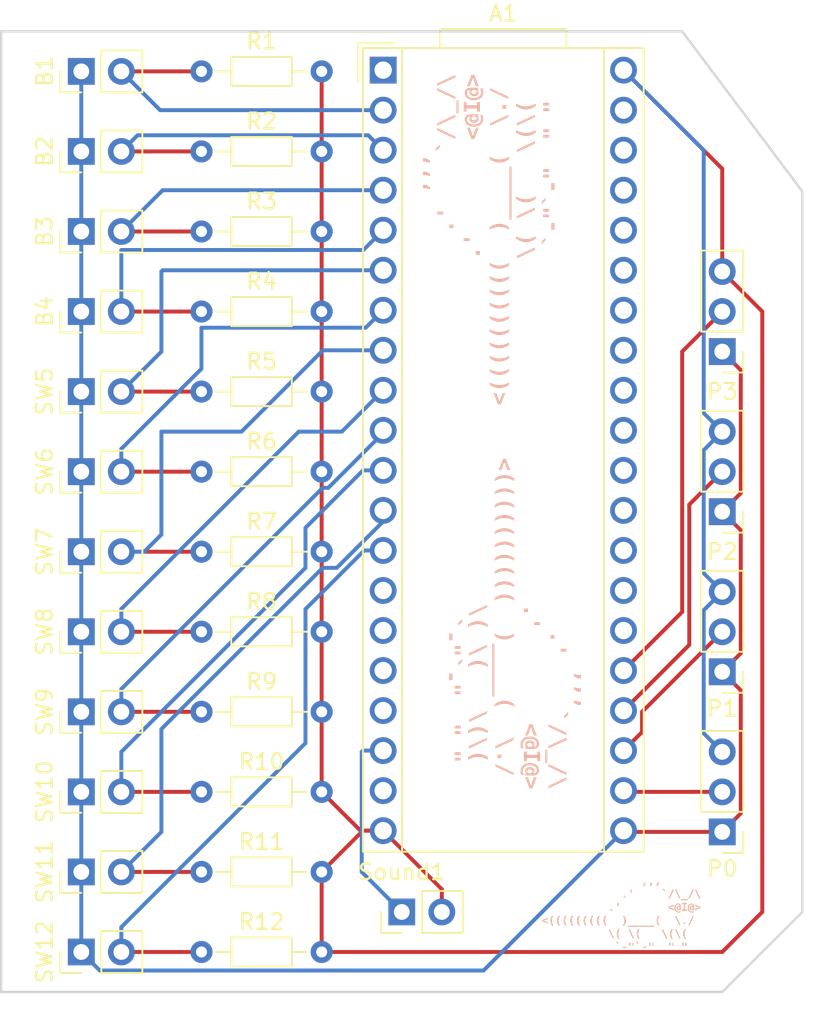
<source format=kicad_pcb>
(kicad_pcb (version 20221018) (generator pcbnew)
  (layers (0 "F.Cu" signal) (31 "B.Cu" signal) (34 "B.Paste" user) (35 "F.Paste" user) (36 "B.SilkS" user "B.Silkscreen") (37 "F.SilkS" user "F.Silkscreen") (38 "B.Mask" user) (39 "F.Mask" user) (44 "Edge.Cuts" user))
  (net 0 "")
  (net 1 "Net-(A1-SD_DATA_3)")
  (net 2 "GND")
  (net 3 "Net-(A1-SD_DATA_2)")
  (net 4 "Net-(A1-SD_DATA_1)")
  (net 5 "Net-(A1-SD_DATA_0)")
  (net 6 "Net-(A1-SD_CMD)")
  (net 7 "Net-(A1-SD_CLK)")
  (net 8 "Net-(A1-SPI1_CS)")
  (net 9 "Net-(A1-SPI1_SCK)")
  (net 10 "Net-(A1-SPI1_POCI)")
  (net 11 "Net-(A1-SPI1_PICO)")
  (net 12 "Net-(A1-I2C1_SCL)")
  (net 13 "Net-(A1-I2C1_SDA)")
  (net 19 "Net-(A1-AUDIO_OUT_1)")
  (net 21 "+3.3V")
  (net 22 "Net-(A1-ADC_0)")
  (net 23 "Net-(A1-ADC_1)")
  (net 24 "Net-(A1-ADC_2)")
  (net 25 "Net-(A1-ADC_3)")
  (footprint "Module:Electrosmith_Daisy_Seed" (layer "F.Cu") (at 130.9 76.12)
    (fp_text reference "A1" (at 7.62 -3.6) (layer "F.SilkS"))
    (fp_text value "Electrosmith_Daisy_Seed_Rev4")
    (fp_line (start -1.58 -1.7) (end -1.58 0.7) (stroke (width 0.12)) (layer "F.SilkS"))
    (fp_line (start -1.28 -1.4) (end 16.52 -1.4) (stroke (width 0.12)) (layer "F.SilkS"))
    (fp_line (start -1.28 49.6) (end -1.28 -1.4) (stroke (width 0.12)) (layer "F.SilkS"))
    (fp_line (start 0.72 -1.7) (end -1.58 -1.7) (stroke (width 0.12)) (layer "F.SilkS"))
    (fp_line (start 1.2 -1.4) (end 1.2 49.6) (stroke (width 0.12)) (layer "F.SilkS"))
    (fp_line (start 3.62 -2.6) (end 11.62 -2.6) (stroke (width 0.12)) (layer "F.SilkS"))
    (fp_line (start 3.62 -1.4) (end 3.62 -2.6) (stroke (width 0.12)) (layer "F.SilkS"))
    (fp_line (start 11.62 -2.6) (end 11.62 -1.4) (stroke (width 0.12)) (layer "F.SilkS"))
    (fp_line (start 14 -1.4) (end 14 49.6) (stroke (width 0.12)) (layer "F.SilkS"))
    (fp_line (start 16.52 -1.4) (end 16.52 49.6) (stroke (width 0.12)) (layer "F.SilkS"))
    (fp_line (start 16.52 49.6) (end -1.28 49.6) (stroke (width 0.12)) (layer "F.SilkS"))
    (pad "1" thru_hole rect (at 0 0) (size 1.7 1.7) (drill 1.1) (layers "*.Cu" "*.Mask"))
    (pad "2" thru_hole circle (at 0 2.54) (size 1.7 1.7) (drill 1.1) (layers "*.Cu" "*.Mask") (net 1 "Net-(A1-SD_DATA_3)"))
    (pad "3" thru_hole circle (at 0 5.08) (size 1.7 1.7) (drill 1.1) (layers "*.Cu" "*.Mask") (net 3 "Net-(A1-SD_DATA_2)"))
    (pad "4" thru_hole circle (at 0 7.62) (size 1.7 1.7) (drill 1.1) (layers "*.Cu" "*.Mask") (net 4 "Net-(A1-SD_DATA_1)"))
    (pad "5" thru_hole circle (at 0 10.16) (size 1.7 1.7) (drill 1.1) (layers "*.Cu" "*.Mask") (net 5 "Net-(A1-SD_DATA_0)"))
    (pad "6" thru_hole circle (at 0 12.7) (size 1.7 1.7) (drill 1.1) (layers "*.Cu" "*.Mask") (net 6 "Net-(A1-SD_CMD)"))
    (pad "7" thru_hole circle (at 0 15.24) (size 1.7 1.7) (drill 1.1) (layers "*.Cu" "*.Mask") (net 7 "Net-(A1-SD_CLK)"))
    (pad "8" thru_hole circle (at 0 17.78) (size 1.7 1.7) (drill 1.1) (layers "*.Cu" "*.Mask") (net 8 "Net-(A1-SPI1_CS)"))
    (pad "9" thru_hole circle (at 0 20.32) (size 1.7 1.7) (drill 1.1) (layers "*.Cu" "*.Mask") (net 9 "Net-(A1-SPI1_SCK)"))
    (pad "10" thru_hole circle (at 0 22.86) (size 1.7 1.7) (drill 1.1) (layers "*.Cu" "*.Mask") (net 10 "Net-(A1-SPI1_POCI)"))
    (pad "11" thru_hole circle (at 0 25.4) (size 1.7 1.7) (drill 1.1) (layers "*.Cu" "*.Mask") (net 11 "Net-(A1-SPI1_PICO)"))
    (pad "12" thru_hole circle (at 0 27.94) (size 1.7 1.7) (drill 1.1) (layers "*.Cu" "*.Mask") (net 12 "Net-(A1-I2C1_SCL)"))
    (pad "13" thru_hole circle (at 0 30.48) (size 1.7 1.7) (drill 1.1) (layers "*.Cu" "*.Mask") (net 13 "Net-(A1-I2C1_SDA)"))
    (pad "14" thru_hole circle (at 0 33.02) (size 1.7 1.7) (drill 1.1) (layers "*.Cu" "*.Mask"))
    (pad "15" thru_hole circle (at 0 35.56) (size 1.7 1.7) (drill 1.1) (layers "*.Cu" "*.Mask"))
    (pad "16" thru_hole circle (at 0 38.1) (size 1.7 1.7) (drill 1.1) (layers "*.Cu" "*.Mask"))
    (pad "17" thru_hole circle (at 0 40.64) (size 1.7 1.7) (drill 1.1) (layers "*.Cu" "*.Mask"))
    (pad "18" thru_hole circle (at 0 43.18) (size 1.7 1.7) (drill 1.1) (layers "*.Cu" "*.Mask") (net 19 "Net-(A1-AUDIO_OUT_1)"))
    (pad "19" thru_hole circle (at 0 45.72) (size 1.7 1.7) (drill 1.1) (layers "*.Cu" "*.Mask"))
    (pad "20" thru_hole circle (at 0 48.26) (size 1.7 1.7) (drill 1.1) (layers "*.Cu" "*.Mask") (net 2 "GND"))
    (pad "21" thru_hole circle (at 15.24 48.26) (size 1.7 1.7) (drill 1.1) (layers "*.Cu" "*.Mask") (net 21 "+3.3V"))
    (pad "22" thru_hole circle (at 15.24 45.72) (size 1.7 1.7) (drill 1.1) (layers "*.Cu" "*.Mask") (net 22 "Net-(A1-ADC_0)"))
    (pad "23" thru_hole circle (at 15.24 43.18) (size 1.7 1.7) (drill 1.1) (layers "*.Cu" "*.Mask") (net 23 "Net-(A1-ADC_1)"))
    (pad "24" thru_hole circle (at 15.24 40.64) (size 1.7 1.7) (drill 1.1) (layers "*.Cu" "*.Mask") (net 24 "Net-(A1-ADC_2)"))
    (pad "25" thru_hole circle (at 15.24 38.1) (size 1.7 1.7) (drill 1.1) (layers "*.Cu" "*.Mask") (net 25 "Net-(A1-ADC_3)"))
    (pad "26" thru_hole circle (at 15.24 35.56) (size 1.7 1.7) (drill 1.1) (layers "*.Cu" "*.Mask"))
    (pad "27" thru_hole circle (at 15.24 33.02) (size 1.7 1.7) (drill 1.1) (layers "*.Cu" "*.Mask"))
    (pad "28" thru_hole circle (at 15.24 30.48) (size 1.7 1.7) (drill 1.1) (layers "*.Cu" "*.Mask"))
    (pad "29" thru_hole circle (at 15.24 27.94) (size 1.7 1.7) (drill 1.1) (layers "*.Cu" "*.Mask"))
    (pad "30" thru_hole circle (at 15.24 25.4) (size 1.7 1.7) (drill 1.1) (layers "*.Cu" "*.Mask"))
    (pad "31" thru_hole circle (at 15.24 22.86) (size 1.7 1.7) (drill 1.1) (layers "*.Cu" "*.Mask"))
    (pad "32" thru_hole circle (at 15.24 20.32) (size 1.7 1.7) (drill 1.1) (layers "*.Cu" "*.Mask"))
    (pad "33" thru_hole circle (at 15.24 17.78) (size 1.7 1.7) (drill 1.1) (layers "*.Cu" "*.Mask"))
    (pad "34" thru_hole circle (at 15.24 15.24) (size 1.7 1.7) (drill 1.1) (layers "*.Cu" "*.Mask"))
    (pad "35" thru_hole circle (at 15.24 12.7) (size 1.7 1.7) (drill 1.1) (layers "*.Cu" "*.Mask"))
    (pad "36" thru_hole circle (at 15.24 10.16) (size 1.7 1.7) (drill 1.1) (layers "*.Cu" "*.Mask"))
    (pad "37" thru_hole circle (at 15.24 7.62) (size 1.7 1.7) (drill 1.1) (layers "*.Cu" "*.Mask"))
    (pad "38" thru_hole circle (at 15.24 5.08) (size 1.7 1.7) (drill 1.1) (layers "*.Cu" "*.Mask"))
    (pad "39" thru_hole circle (at 15.24 2.54) (size 1.7 1.7) (drill 1.1) (layers "*.Cu" "*.Mask"))
    (pad "40" thru_hole circle (at 15.24 0) (size 1.7 1.7) (drill 1.1) (layers "*.Cu" "*.Mask") (net 2 "GND"))
  )
  (footprint "Resistor_THT:R_Axial_DIN0204_L3.6mm_D1.6mm_P7.62mm_Horizontal" (layer "F.Cu") (at 119.38 111.76)
    (fp_text reference "R8" (at 3.81 -1.92) (layer "F.SilkS"))
    (fp_text value "R")
    (fp_line (start 0.94 0) (end 1.89 0) (stroke (width 0.12)) (layer "F.SilkS"))
    (fp_line (start 1.89 -0.92) (end 1.89 0.92) (stroke (width 0.12)) (layer "F.SilkS"))
    (fp_line (start 1.89 0.92) (end 5.73 0.92) (stroke (width 0.12)) (layer "F.SilkS"))
    (fp_line (start 5.73 -0.92) (end 1.89 -0.92) (stroke (width 0.12)) (layer "F.SilkS"))
    (fp_line (start 5.73 0.92) (end 5.73 -0.92) (stroke (width 0.12)) (layer "F.SilkS"))
    (fp_line (start 6.68 0) (end 5.73 0) (stroke (width 0.12)) (layer "F.SilkS"))
    (pad "1" thru_hole circle (at 0 0) (size 1.4 1.4) (drill 0.7) (layers "*.Cu" "*.Mask") (net 9 "Net-(A1-SPI1_SCK)"))
    (pad "2" thru_hole oval (at 7.62 0) (size 1.4 1.4) (drill 0.7) (layers "*.Cu" "*.Mask") (net 2 "GND"))
  )
  (footprint "Connector_PinHeader_2.54mm:PinHeader_1x02_P2.54mm_Vertical" (layer "F.Cu") (at 111.76 111.76 90)
    (fp_text reference "SW8" (at 0 -2.33 90) (layer "F.SilkS"))
    (fp_text value "SW_DIP_x01")
    (fp_line (start -1.33 -1.33) (end 0 -1.33) (stroke (width 0.12)) (layer "F.SilkS"))
    (fp_line (start -1.33 0) (end -1.33 -1.33) (stroke (width 0.12)) (layer "F.SilkS"))
    (fp_line (start -1.33 1.27) (end -1.33 3.87) (stroke (width 0.12)) (layer "F.SilkS"))
    (fp_line (start -1.33 1.27) (end 1.33 1.27) (stroke (width 0.12)) (layer "F.SilkS"))
    (fp_line (start -1.33 3.87) (end 1.33 3.87) (stroke (width 0.12)) (layer "F.SilkS"))
    (fp_line (start 1.33 1.27) (end 1.33 3.87) (stroke (width 0.12)) (layer "F.SilkS"))
    (pad "1" thru_hole rect (at 0 0 90) (size 1.7 1.7) (drill 1) (layers "*.Cu" "*.Mask") (net 21 "+3.3V"))
    (pad "2" thru_hole oval (at 0 2.54 90) (size 1.7 1.7) (drill 1) (layers "*.Cu" "*.Mask") (net 9 "Net-(A1-SPI1_SCK)"))
  )
  (footprint "Connector_PinHeader_2.54mm:PinHeader_1x02_P2.54mm_Vertical" (layer "F.Cu") (at 111.76 132.08 90)
    (fp_text reference "SW12" (at 0 -2.33 90) (layer "F.SilkS"))
    (fp_text value "SW_DIP_x01")
    (fp_line (start -1.33 -1.33) (end 0 -1.33) (stroke (width 0.12)) (layer "F.SilkS"))
    (fp_line (start -1.33 0) (end -1.33 -1.33) (stroke (width 0.12)) (layer "F.SilkS"))
    (fp_line (start -1.33 1.27) (end -1.33 3.87) (stroke (width 0.12)) (layer "F.SilkS"))
    (fp_line (start -1.33 1.27) (end 1.33 1.27) (stroke (width 0.12)) (layer "F.SilkS"))
    (fp_line (start -1.33 3.87) (end 1.33 3.87) (stroke (width 0.12)) (layer "F.SilkS"))
    (fp_line (start 1.33 1.27) (end 1.33 3.87) (stroke (width 0.12)) (layer "F.SilkS"))
    (pad "1" thru_hole rect (at 0 0 90) (size 1.7 1.7) (drill 1) (layers "*.Cu" "*.Mask") (net 21 "+3.3V"))
    (pad "2" thru_hole oval (at 0 2.54 90) (size 1.7 1.7) (drill 1) (layers "*.Cu" "*.Mask") (net 13 "Net-(A1-I2C1_SDA)"))
  )
  (footprint "Connector_PinHeader_2.54mm:PinHeader_1x03_P2.54mm_Vertical" (layer "F.Cu") (at 152.4 124.46 180)
    (fp_text reference "P0" (at 0 -2.33) (layer "F.SilkS"))
    (fp_text value "R_Potentiometer")
    (fp_line (start -1.33 -1.33) (end 0 -1.33) (stroke (width 0.12)) (layer "F.SilkS"))
    (fp_line (start -1.33 0) (end -1.33 -1.33) (stroke (width 0.12)) (layer "F.SilkS"))
    (fp_line (start -1.33 1.27) (end -1.33 6.41) (stroke (width 0.12)) (layer "F.SilkS"))
    (fp_line (start -1.33 1.27) (end 1.33 1.27) (stroke (width 0.12)) (layer "F.SilkS"))
    (fp_line (start -1.33 6.41) (end 1.33 6.41) (stroke (width 0.12)) (layer "F.SilkS"))
    (fp_line (start 1.33 1.27) (end 1.33 6.41) (stroke (width 0.12)) (layer "F.SilkS"))
    (pad "1" thru_hole rect (at 0 0 180) (size 1.7 1.7) (drill 1) (layers "*.Cu" "*.Mask") (net 21 "+3.3V"))
    (pad "2" thru_hole oval (at 0 2.54 180) (size 1.7 1.7) (drill 1) (layers "*.Cu" "*.Mask") (net 22 "Net-(A1-ADC_0)"))
    (pad "3" thru_hole oval (at 0 5.08 180) (size 1.7 1.7) (drill 1) (layers "*.Cu" "*.Mask") (net 2 "GND"))
  )
  (footprint "Resistor_THT:R_Axial_DIN0204_L3.6mm_D1.6mm_P7.62mm_Horizontal" (layer "F.Cu") (at 119.38 86.36)
    (fp_text reference "R3" (at 3.81 -1.92) (layer "F.SilkS"))
    (fp_text value "R")
    (fp_line (start 0.94 0) (end 1.89 0) (stroke (width 0.12)) (layer "F.SilkS"))
    (fp_line (start 1.89 -0.92) (end 1.89 0.92) (stroke (width 0.12)) (layer "F.SilkS"))
    (fp_line (start 1.89 0.92) (end 5.73 0.92) (stroke (width 0.12)) (layer "F.SilkS"))
    (fp_line (start 5.73 -0.92) (end 1.89 -0.92) (stroke (width 0.12)) (layer "F.SilkS"))
    (fp_line (start 5.73 0.92) (end 5.73 -0.92) (stroke (width 0.12)) (layer "F.SilkS"))
    (fp_line (start 6.68 0) (end 5.73 0) (stroke (width 0.12)) (layer "F.SilkS"))
    (pad "1" thru_hole circle (at 0 0) (size 1.4 1.4) (drill 0.7) (layers "*.Cu" "*.Mask") (net 4 "Net-(A1-SD_DATA_1)"))
    (pad "2" thru_hole oval (at 7.62 0) (size 1.4 1.4) (drill 0.7) (layers "*.Cu" "*.Mask") (net 2 "GND"))
  )
  (footprint "Connector_PinHeader_2.54mm:PinHeader_1x02_P2.54mm_Vertical" (layer "F.Cu") (at 111.76 121.92 90)
    (fp_text reference "SW10" (at 0 -2.33 90) (layer "F.SilkS"))
    (fp_text value "SW_DIP_x01")
    (fp_line (start -1.33 -1.33) (end 0 -1.33) (stroke (width 0.12)) (layer "F.SilkS"))
    (fp_line (start -1.33 0) (end -1.33 -1.33) (stroke (width 0.12)) (layer "F.SilkS"))
    (fp_line (start -1.33 1.27) (end -1.33 3.87) (stroke (width 0.12)) (layer "F.SilkS"))
    (fp_line (start -1.33 1.27) (end 1.33 1.27) (stroke (width 0.12)) (layer "F.SilkS"))
    (fp_line (start -1.33 3.87) (end 1.33 3.87) (stroke (width 0.12)) (layer "F.SilkS"))
    (fp_line (start 1.33 1.27) (end 1.33 3.87) (stroke (width 0.12)) (layer "F.SilkS"))
    (pad "1" thru_hole rect (at 0 0 90) (size 1.7 1.7) (drill 1) (layers "*.Cu" "*.Mask") (net 21 "+3.3V"))
    (pad "2" thru_hole oval (at 0 2.54 90) (size 1.7 1.7) (drill 1) (layers "*.Cu" "*.Mask") (net 11 "Net-(A1-SPI1_PICO)"))
  )
  (footprint "Resistor_THT:R_Axial_DIN0204_L3.6mm_D1.6mm_P7.62mm_Horizontal" (layer "F.Cu") (at 119.38 96.52)
    (fp_text reference "R5" (at 3.81 -1.92) (layer "F.SilkS"))
    (fp_text value "R")
    (fp_line (start 0.94 0) (end 1.89 0) (stroke (width 0.12)) (layer "F.SilkS"))
    (fp_line (start 1.89 -0.92) (end 1.89 0.92) (stroke (width 0.12)) (layer "F.SilkS"))
    (fp_line (start 1.89 0.92) (end 5.73 0.92) (stroke (width 0.12)) (layer "F.SilkS"))
    (fp_line (start 5.73 -0.92) (end 1.89 -0.92) (stroke (width 0.12)) (layer "F.SilkS"))
    (fp_line (start 5.73 0.92) (end 5.73 -0.92) (stroke (width 0.12)) (layer "F.SilkS"))
    (fp_line (start 6.68 0) (end 5.73 0) (stroke (width 0.12)) (layer "F.SilkS"))
    (pad "1" thru_hole circle (at 0 0) (size 1.4 1.4) (drill 0.7) (layers "*.Cu" "*.Mask") (net 6 "Net-(A1-SD_CMD)"))
    (pad "2" thru_hole oval (at 7.62 0) (size 1.4 1.4) (drill 0.7) (layers "*.Cu" "*.Mask") (net 2 "GND"))
  )
  (footprint "Resistor_THT:R_Axial_DIN0204_L3.6mm_D1.6mm_P7.62mm_Horizontal" (layer "F.Cu") (at 119.38 121.92)
    (fp_text reference "R10" (at 3.81 -1.92) (layer "F.SilkS"))
    (fp_text value "R")
    (fp_line (start 0.94 0) (end 1.89 0) (stroke (width 0.12)) (layer "F.SilkS"))
    (fp_line (start 1.89 -0.92) (end 1.89 0.92) (stroke (width 0.12)) (layer "F.SilkS"))
    (fp_line (start 1.89 0.92) (end 5.73 0.92) (stroke (width 0.12)) (layer "F.SilkS"))
    (fp_line (start 5.73 -0.92) (end 1.89 -0.92) (stroke (width 0.12)) (layer "F.SilkS"))
    (fp_line (start 5.73 0.92) (end 5.73 -0.92) (stroke (width 0.12)) (layer "F.SilkS"))
    (fp_line (start 6.68 0) (end 5.73 0) (stroke (width 0.12)) (layer "F.SilkS"))
    (pad "1" thru_hole circle (at 0 0) (size 1.4 1.4) (drill 0.7) (layers "*.Cu" "*.Mask") (net 11 "Net-(A1-SPI1_PICO)"))
    (pad "2" thru_hole oval (at 7.62 0) (size 1.4 1.4) (drill 0.7) (layers "*.Cu" "*.Mask") (net 2 "GND"))
  )
  (footprint "Connector_PinHeader_2.54mm:PinHeader_1x02_P2.54mm_Vertical" (layer "F.Cu") (at 111.76 76.2 90)
    (fp_text reference "B1" (at 0 -2.33 90) (layer "F.SilkS"))
    (fp_text value "SW_DIP_x01")
    (fp_line (start -1.33 -1.33) (end 0 -1.33) (stroke (width 0.12)) (layer "F.SilkS"))
    (fp_line (start -1.33 0) (end -1.33 -1.33) (stroke (width 0.12)) (layer "F.SilkS"))
    (fp_line (start -1.33 1.27) (end -1.33 3.87) (stroke (width 0.12)) (layer "F.SilkS"))
    (fp_line (start -1.33 1.27) (end 1.33 1.27) (stroke (width 0.12)) (layer "F.SilkS"))
    (fp_line (start -1.33 3.87) (end 1.33 3.87) (stroke (width 0.12)) (layer "F.SilkS"))
    (fp_line (start 1.33 1.27) (end 1.33 3.87) (stroke (width 0.12)) (layer "F.SilkS"))
    (pad "1" thru_hole rect (at 0 0 90) (size 1.7 1.7) (drill 1) (layers "*.Cu" "*.Mask") (net 21 "+3.3V"))
    (pad "2" thru_hole oval (at 0 2.54 90) (size 1.7 1.7) (drill 1) (layers "*.Cu" "*.Mask") (net 1 "Net-(A1-SD_DATA_3)"))
  )
  (footprint "Connector_PinHeader_2.54mm:PinHeader_1x02_P2.54mm_Vertical" (layer "F.Cu") (at 111.76 127 90)
    (fp_text reference "SW11" (at 0 -2.33 90) (layer "F.SilkS"))
    (fp_text value "SW_DIP_x01")
    (fp_line (start -1.33 -1.33) (end 0 -1.33) (stroke (width 0.12)) (layer "F.SilkS"))
    (fp_line (start -1.33 0) (end -1.33 -1.33) (stroke (width 0.12)) (layer "F.SilkS"))
    (fp_line (start -1.33 1.27) (end -1.33 3.87) (stroke (width 0.12)) (layer "F.SilkS"))
    (fp_line (start -1.33 1.27) (end 1.33 1.27) (stroke (width 0.12)) (layer "F.SilkS"))
    (fp_line (start -1.33 3.87) (end 1.33 3.87) (stroke (width 0.12)) (layer "F.SilkS"))
    (fp_line (start 1.33 1.27) (end 1.33 3.87) (stroke (width 0.12)) (layer "F.SilkS"))
    (pad "1" thru_hole rect (at 0 0 90) (size 1.7 1.7) (drill 1) (layers "*.Cu" "*.Mask") (net 21 "+3.3V"))
    (pad "2" thru_hole oval (at 0 2.54 90) (size 1.7 1.7) (drill 1) (layers "*.Cu" "*.Mask") (net 12 "Net-(A1-I2C1_SCL)"))
  )
  (footprint "Resistor_THT:R_Axial_DIN0204_L3.6mm_D1.6mm_P7.62mm_Horizontal" (layer "F.Cu") (at 119.38 76.2)
    (fp_text reference "R1" (at 3.81 -1.92) (layer "F.SilkS"))
    (fp_text value "R")
    (fp_line (start 0.94 0) (end 1.89 0) (stroke (width 0.12)) (layer "F.SilkS"))
    (fp_line (start 1.89 -0.92) (end 1.89 0.92) (stroke (width 0.12)) (layer "F.SilkS"))
    (fp_line (start 1.89 0.92) (end 5.73 0.92) (stroke (width 0.12)) (layer "F.SilkS"))
    (fp_line (start 5.73 -0.92) (end 1.89 -0.92) (stroke (width 0.12)) (layer "F.SilkS"))
    (fp_line (start 5.73 0.92) (end 5.73 -0.92) (stroke (width 0.12)) (layer "F.SilkS"))
    (fp_line (start 6.68 0) (end 5.73 0) (stroke (width 0.12)) (layer "F.SilkS"))
    (pad "1" thru_hole circle (at 0 0) (size 1.4 1.4) (drill 0.7) (layers "*.Cu" "*.Mask") (net 1 "Net-(A1-SD_DATA_3)"))
    (pad "2" thru_hole oval (at 7.62 0) (size 1.4 1.4) (drill 0.7) (layers "*.Cu" "*.Mask") (net 2 "GND"))
  )
  (footprint "Connector_PinHeader_2.54mm:PinHeader_1x02_P2.54mm_Vertical" (layer "F.Cu") (at 111.76 101.6 90)
    (fp_text reference "SW6" (at 0 -2.33 90) (layer "F.SilkS"))
    (fp_text value "SW_DIP_x01")
    (fp_line (start -1.33 -1.33) (end 0 -1.33) (stroke (width 0.12)) (layer "F.SilkS"))
    (fp_line (start -1.33 0) (end -1.33 -1.33) (stroke (width 0.12)) (layer "F.SilkS"))
    (fp_line (start -1.33 1.27) (end -1.33 3.87) (stroke (width 0.12)) (layer "F.SilkS"))
    (fp_line (start -1.33 1.27) (end 1.33 1.27) (stroke (width 0.12)) (layer "F.SilkS"))
    (fp_line (start -1.33 3.87) (end 1.33 3.87) (stroke (width 0.12)) (layer "F.SilkS"))
    (fp_line (start 1.33 1.27) (end 1.33 3.87) (stroke (width 0.12)) (layer "F.SilkS"))
    (pad "1" thru_hole rect (at 0 0 90) (size 1.7 1.7) (drill 1) (layers "*.Cu" "*.Mask") (net 21 "+3.3V"))
    (pad "2" thru_hole oval (at 0 2.54 90) (size 1.7 1.7) (drill 1) (layers "*.Cu" "*.Mask") (net 7 "Net-(A1-SD_CLK)"))
  )
  (footprint "Connector_PinHeader_2.54mm:PinHeader_1x02_P2.54mm_Vertical" (layer "F.Cu") (at 132.08 129.54 90)
    (fp_text reference "Sound1" (at 2.54 0 180) (layer "F.SilkS"))
    (fp_text value "Conn_01x02_Pin")
    (fp_line (start -1.33 -1.33) (end 0 -1.33) (stroke (width 0.12)) (layer "F.SilkS"))
    (fp_line (start -1.33 0) (end -1.33 -1.33) (stroke (width 0.12)) (layer "F.SilkS"))
    (fp_line (start -1.33 1.27) (end -1.33 3.87) (stroke (width 0.12)) (layer "F.SilkS"))
    (fp_line (start -1.33 1.27) (end 1.33 1.27) (stroke (width 0.12)) (layer "F.SilkS"))
    (fp_line (start -1.33 3.87) (end 1.33 3.87) (stroke (width 0.12)) (layer "F.SilkS"))
    (fp_line (start 1.33 1.27) (end 1.33 3.87) (stroke (width 0.12)) (layer "F.SilkS"))
    (pad "1" thru_hole rect (at 0 0 90) (size 1.7 1.7) (drill 1) (layers "*.Cu" "*.Mask") (net 19 "Net-(A1-AUDIO_OUT_1)"))
    (pad "2" thru_hole oval (at 0 2.54 90) (size 1.7 1.7) (drill 1) (layers "*.Cu" "*.Mask") (net 2 "GND"))
  )
  (footprint "Resistor_THT:R_Axial_DIN0204_L3.6mm_D1.6mm_P7.62mm_Horizontal" (layer "F.Cu") (at 119.38 101.6)
    (fp_text reference "R6" (at 3.81 -1.92) (layer "F.SilkS"))
    (fp_text value "R")
    (fp_line (start 0.94 0) (end 1.89 0) (stroke (width 0.12)) (layer "F.SilkS"))
    (fp_line (start 1.89 -0.92) (end 1.89 0.92) (stroke (width 0.12)) (layer "F.SilkS"))
    (fp_line (start 1.89 0.92) (end 5.73 0.92) (stroke (width 0.12)) (layer "F.SilkS"))
    (fp_line (start 5.73 -0.92) (end 1.89 -0.92) (stroke (width 0.12)) (layer "F.SilkS"))
    (fp_line (start 5.73 0.92) (end 5.73 -0.92) (stroke (width 0.12)) (layer "F.SilkS"))
    (fp_line (start 6.68 0) (end 5.73 0) (stroke (width 0.12)) (layer "F.SilkS"))
    (pad "1" thru_hole circle (at 0 0) (size 1.4 1.4) (drill 0.7) (layers "*.Cu" "*.Mask") (net 7 "Net-(A1-SD_CLK)"))
    (pad "2" thru_hole oval (at 7.62 0) (size 1.4 1.4) (drill 0.7) (layers "*.Cu" "*.Mask") (net 2 "GND"))
  )
  (footprint "Resistor_THT:R_Axial_DIN0204_L3.6mm_D1.6mm_P7.62mm_Horizontal" (layer "F.Cu") (at 119.38 91.44)
    (fp_text reference "R4" (at 3.81 -1.92) (layer "F.SilkS"))
    (fp_text value "R")
    (fp_line (start 0.94 0) (end 1.89 0) (stroke (width 0.12)) (layer "F.SilkS"))
    (fp_line (start 1.89 -0.92) (end 1.89 0.92) (stroke (width 0.12)) (layer "F.SilkS"))
    (fp_line (start 1.89 0.92) (end 5.73 0.92) (stroke (width 0.12)) (layer "F.SilkS"))
    (fp_line (start 5.73 -0.92) (end 1.89 -0.92) (stroke (width 0.12)) (layer "F.SilkS"))
    (fp_line (start 5.73 0.92) (end 5.73 -0.92) (stroke (width 0.12)) (layer "F.SilkS"))
    (fp_line (start 6.68 0) (end 5.73 0) (stroke (width 0.12)) (layer "F.SilkS"))
    (pad "1" thru_hole circle (at 0 0) (size 1.4 1.4) (drill 0.7) (layers "*.Cu" "*.Mask") (net 5 "Net-(A1-SD_DATA_0)"))
    (pad "2" thru_hole oval (at 7.62 0) (size 1.4 1.4) (drill 0.7) (layers "*.Cu" "*.Mask") (net 2 "GND"))
  )
  (footprint "Connector_PinHeader_2.54mm:PinHeader_1x03_P2.54mm_Vertical" (layer "F.Cu") (at 152.4 104.14 180)
    (fp_text reference "P2" (at 0 -2.54 180) (layer "F.SilkS"))
    (fp_text value "R_Potentiometer")
    (fp_line (start -1.33 -1.33) (end 0 -1.33) (stroke (width 0.12)) (layer "F.SilkS"))
    (fp_line (start -1.33 0) (end -1.33 -1.33) (stroke (width 0.12)) (layer "F.SilkS"))
    (fp_line (start -1.33 1.27) (end -1.33 6.41) (stroke (width 0.12)) (layer "F.SilkS"))
    (fp_line (start -1.33 1.27) (end 1.33 1.27) (stroke (width 0.12)) (layer "F.SilkS"))
    (fp_line (start -1.33 6.41) (end 1.33 6.41) (stroke (width 0.12)) (layer "F.SilkS"))
    (fp_line (start 1.33 1.27) (end 1.33 6.41) (stroke (width 0.12)) (layer "F.SilkS"))
    (pad "1" thru_hole rect (at 0 0 180) (size 1.7 1.7) (drill 1) (layers "*.Cu" "*.Mask") (net 21 "+3.3V"))
    (pad "2" thru_hole oval (at 0 2.54 180) (size 1.7 1.7) (drill 1) (layers "*.Cu" "*.Mask") (net 24 "Net-(A1-ADC_2)"))
    (pad "3" thru_hole oval (at 0 5.08 180) (size 1.7 1.7) (drill 1) (layers "*.Cu" "*.Mask") (net 2 "GND"))
  )
  (footprint "Resistor_THT:R_Axial_DIN0204_L3.6mm_D1.6mm_P7.62mm_Horizontal" (layer "F.Cu") (at 119.38 132.08)
    (fp_text reference "R12" (at 3.81 -1.92) (layer "F.SilkS"))
    (fp_text value "R")
    (fp_line (start 0.94 0) (end 1.89 0) (stroke (width 0.12)) (layer "F.SilkS"))
    (fp_line (start 1.89 -0.92) (end 1.89 0.92) (stroke (width 0.12)) (layer "F.SilkS"))
    (fp_line (start 1.89 0.92) (end 5.73 0.92) (stroke (width 0.12)) (layer "F.SilkS"))
    (fp_line (start 5.73 -0.92) (end 1.89 -0.92) (stroke (width 0.12)) (layer "F.SilkS"))
    (fp_line (start 5.73 0.92) (end 5.73 -0.92) (stroke (width 0.12)) (layer "F.SilkS"))
    (fp_line (start 6.68 0) (end 5.73 0) (stroke (width 0.12)) (layer "F.SilkS"))
    (pad "1" thru_hole circle (at 0 0) (size 1.4 1.4) (drill 0.7) (layers "*.Cu" "*.Mask") (net 13 "Net-(A1-I2C1_SDA)"))
    (pad "2" thru_hole oval (at 7.62 0) (size 1.4 1.4) (drill 0.7) (layers "*.Cu" "*.Mask") (net 2 "GND"))
  )
  (footprint "Resistor_THT:R_Axial_DIN0204_L3.6mm_D1.6mm_P7.62mm_Horizontal" (layer "F.Cu") (at 119.38 127)
    (fp_text reference "R11" (at 3.81 -1.92) (layer "F.SilkS"))
    (fp_text value "R")
    (fp_line (start 0.94 0) (end 1.89 0) (stroke (width 0.12)) (layer "F.SilkS"))
    (fp_line (start 1.89 -0.92) (end 1.89 0.92) (stroke (width 0.12)) (layer "F.SilkS"))
    (fp_line (start 1.89 0.92) (end 5.73 0.92) (stroke (width 0.12)) (layer "F.SilkS"))
    (fp_line (start 5.73 -0.92) (end 1.89 -0.92) (stroke (width 0.12)) (layer "F.SilkS"))
    (fp_line (start 5.73 0.92) (end 5.73 -0.92) (stroke (width 0.12)) (layer "F.SilkS"))
    (fp_line (start 6.68 0) (end 5.73 0) (stroke (width 0.12)) (layer "F.SilkS"))
    (pad "1" thru_hole circle (at 0 0) (size 1.4 1.4) (drill 0.7) (layers "*.Cu" "*.Mask") (net 12 "Net-(A1-I2C1_SCL)"))
    (pad "2" thru_hole oval (at 7.62 0) (size 1.4 1.4) (drill 0.7) (layers "*.Cu" "*.Mask") (net 2 "GND"))
  )
  (footprint "Resistor_THT:R_Axial_DIN0204_L3.6mm_D1.6mm_P7.62mm_Horizontal" (layer "F.Cu") (at 119.38 116.84)
    (fp_text reference "R9" (at 3.81 -1.92) (layer "F.SilkS"))
    (fp_text value "R")
    (fp_line (start 0.94 0) (end 1.89 0) (stroke (width 0.12)) (layer "F.SilkS"))
    (fp_line (start 1.89 -0.92) (end 1.89 0.92) (stroke (width 0.12)) (layer "F.SilkS"))
    (fp_line (start 1.89 0.92) (end 5.73 0.92) (stroke (width 0.12)) (layer "F.SilkS"))
    (fp_line (start 5.73 -0.92) (end 1.89 -0.92) (stroke (width 0.12)) (layer "F.SilkS"))
    (fp_line (start 5.73 0.92) (end 5.73 -0.92) (stroke (width 0.12)) (layer "F.SilkS"))
    (fp_line (start 6.68 0) (end 5.73 0) (stroke (width 0.12)) (layer "F.SilkS"))
    (pad "1" thru_hole circle (at 0 0) (size 1.4 1.4) (drill 0.7) (layers "*.Cu" "*.Mask") (net 10 "Net-(A1-SPI1_POCI)"))
    (pad "2" thru_hole oval (at 7.62 0) (size 1.4 1.4) (drill 0.7) (layers "*.Cu" "*.Mask") (net 2 "GND"))
  )
  (footprint "Connector_PinHeader_2.54mm:PinHeader_1x02_P2.54mm_Vertical" (layer "F.Cu") (at 111.76 81.28 90)
    (fp_text reference "B2" (at 0 -2.33 90) (layer "F.SilkS"))
    (fp_text value "SW_DIP_x01")
    (fp_line (start -1.33 -1.33) (end 0 -1.33) (stroke (width 0.12)) (layer "F.SilkS"))
    (fp_line (start -1.33 0) (end -1.33 -1.33) (stroke (width 0.12)) (layer "F.SilkS"))
    (fp_line (start -1.33 1.27) (end -1.33 3.87) (stroke (width 0.12)) (layer "F.SilkS"))
    (fp_line (start -1.33 1.27) (end 1.33 1.27) (stroke (width 0.12)) (layer "F.SilkS"))
    (fp_line (start -1.33 3.87) (end 1.33 3.87) (stroke (width 0.12)) (layer "F.SilkS"))
    (fp_line (start 1.33 1.27) (end 1.33 3.87) (stroke (width 0.12)) (layer "F.SilkS"))
    (pad "1" thru_hole rect (at 0 0 90) (size 1.7 1.7) (drill 1) (layers "*.Cu" "*.Mask") (net 21 "+3.3V"))
    (pad "2" thru_hole oval (at 0 2.54 90) (size 1.7 1.7) (drill 1) (layers "*.Cu" "*.Mask") (net 3 "Net-(A1-SD_DATA_2)"))
  )
  (footprint "Connector_PinHeader_2.54mm:PinHeader_1x02_P2.54mm_Vertical" (layer "F.Cu") (at 111.76 91.44 90)
    (fp_text reference "B4" (at 0 -2.33 90) (layer "F.SilkS"))
    (fp_text value "SW_DIP_x01")
    (fp_line (start -1.33 -1.33) (end 0 -1.33) (stroke (width 0.12)) (layer "F.SilkS"))
    (fp_line (start -1.33 0) (end -1.33 -1.33) (stroke (width 0.12)) (layer "F.SilkS"))
    (fp_line (start -1.33 1.27) (end -1.33 3.87) (stroke (width 0.12)) (layer "F.SilkS"))
    (fp_line (start -1.33 1.27) (end 1.33 1.27) (stroke (width 0.12)) (layer "F.SilkS"))
    (fp_line (start -1.33 3.87) (end 1.33 3.87) (stroke (width 0.12)) (layer "F.SilkS"))
    (fp_line (start 1.33 1.27) (end 1.33 3.87) (stroke (width 0.12)) (layer "F.SilkS"))
    (pad "1" thru_hole rect (at 0 0 90) (size 1.7 1.7) (drill 1) (layers "*.Cu" "*.Mask") (net 21 "+3.3V"))
    (pad "2" thru_hole oval (at 0 2.54 90) (size 1.7 1.7) (drill 1) (layers "*.Cu" "*.Mask") (net 5 "Net-(A1-SD_DATA_0)"))
  )
  (footprint "Resistor_THT:R_Axial_DIN0204_L3.6mm_D1.6mm_P7.62mm_Horizontal" (layer "F.Cu") (at 119.38 106.68)
    (fp_text reference "R7" (at 3.81 -1.92) (layer "F.SilkS"))
    (fp_text value "R")
    (fp_line (start 0.94 0) (end 1.89 0) (stroke (width 0.12)) (layer "F.SilkS"))
    (fp_line (start 1.89 -0.92) (end 1.89 0.92) (stroke (width 0.12)) (layer "F.SilkS"))
    (fp_line (start 1.89 0.92) (end 5.73 0.92) (stroke (width 0.12)) (layer "F.SilkS"))
    (fp_line (start 5.73 -0.92) (end 1.89 -0.92) (stroke (width 0.12)) (layer "F.SilkS"))
    (fp_line (start 5.73 0.92) (end 5.73 -0.92) (stroke (width 0.12)) (layer "F.SilkS"))
    (fp_line (start 6.68 0) (end 5.73 0) (stroke (width 0.12)) (layer "F.SilkS"))
    (pad "1" thru_hole circle (at 0 0) (size 1.4 1.4) (drill 0.7) (layers "*.Cu" "*.Mask") (net 8 "Net-(A1-SPI1_CS)"))
    (pad "2" thru_hole oval (at 7.62 0) (size 1.4 1.4) (drill 0.7) (layers "*.Cu" "*.Mask") (net 2 "GND"))
  )
  (footprint "Connector_PinHeader_2.54mm:PinHeader_1x02_P2.54mm_Vertical" (layer "F.Cu") (at 111.76 106.68 90)
    (fp_text reference "SW7" (at 0 -2.33 90) (layer "F.SilkS"))
    (fp_text value "SW_DIP_x01")
    (fp_line (start -1.33 -1.33) (end 0 -1.33) (stroke (width 0.12)) (layer "F.SilkS"))
    (fp_line (start -1.33 0) (end -1.33 -1.33) (stroke (width 0.12)) (layer "F.SilkS"))
    (fp_line (start -1.33 1.27) (end -1.33 3.87) (stroke (width 0.12)) (layer "F.SilkS"))
    (fp_line (start -1.33 1.27) (end 1.33 1.27) (stroke (width 0.12)) (layer "F.SilkS"))
    (fp_line (start -1.33 3.87) (end 1.33 3.87) (stroke (width 0.12)) (layer "F.SilkS"))
    (fp_line (start 1.33 1.27) (end 1.33 3.87) (stroke (width 0.12)) (layer "F.SilkS"))
    (pad "1" thru_hole rect (at 0 0 90) (size 1.7 1.7) (drill 1) (layers "*.Cu" "*.Mask") (net 21 "+3.3V"))
    (pad "2" thru_hole oval (at 0 2.54 90) (size 1.7 1.7) (drill 1) (layers "*.Cu" "*.Mask") (net 8 "Net-(A1-SPI1_CS)"))
  )
  (footprint "Connector_PinHeader_2.54mm:PinHeader_1x02_P2.54mm_Vertical" (layer "F.Cu") (at 111.76 96.52 90)
    (fp_text reference "SW5" (at 0 -2.33 90) (layer "F.SilkS"))
    (fp_text value "SW_DIP_x01")
    (fp_line (start -1.33 -1.33) (end 0 -1.33) (stroke (width 0.12)) (layer "F.SilkS"))
    (fp_line (start -1.33 0) (end -1.33 -1.33) (stroke (width 0.12)) (layer "F.SilkS"))
    (fp_line (start -1.33 1.27) (end -1.33 3.87) (stroke (width 0.12)) (layer "F.SilkS"))
    (fp_line (start -1.33 1.27) (end 1.33 1.27) (stroke (width 0.12)) (layer "F.SilkS"))
    (fp_line (start -1.33 3.87) (end 1.33 3.87) (stroke (width 0.12)) (layer "F.SilkS"))
    (fp_line (start 1.33 1.27) (end 1.33 3.87) (stroke (width 0.12)) (layer "F.SilkS"))
    (pad "1" thru_hole rect (at 0 0 90) (size 1.7 1.7) (drill 1) (layers "*.Cu" "*.Mask") (net 21 "+3.3V"))
    (pad "2" thru_hole oval (at 0 2.54 90) (size 1.7 1.7) (drill 1) (layers "*.Cu" "*.Mask") (net 6 "Net-(A1-SD_CMD)"))
  )
  (footprint "Connector_PinHeader_2.54mm:PinHeader_1x03_P2.54mm_Vertical" (layer "F.Cu") (at 152.4 93.98 180)
    (fp_text reference "P3" (at 0 -2.54) (layer "F.SilkS"))
    (fp_text value "R_Potentiometer")
    (fp_line (start -1.33 -1.33) (end 0 -1.33) (stroke (width 0.12)) (layer "F.SilkS"))
    (fp_line (start -1.33 0) (end -1.33 -1.33) (stroke (width 0.12)) (layer "F.SilkS"))
    (fp_line (start -1.33 1.27) (end -1.33 6.41) (stroke (width 0.12)) (layer "F.SilkS"))
    (fp_line (start -1.33 1.27) (end 1.33 1.27) (stroke (width 0.12)) (layer "F.SilkS"))
    (fp_line (start -1.33 6.41) (end 1.33 6.41) (stroke (width 0.12)) (layer "F.SilkS"))
    (fp_line (start 1.33 1.27) (end 1.33 6.41) (stroke (width 0.12)) (layer "F.SilkS"))
    (pad "1" thru_hole rect (at 0 0 180) (size 1.7 1.7) (drill 1) (layers "*.Cu" "*.Mask") (net 21 "+3.3V"))
    (pad "2" thru_hole oval (at 0 2.54 180) (size 1.7 1.7) (drill 1) (layers "*.Cu" "*.Mask") (net 25 "Net-(A1-ADC_3)"))
    (pad "3" thru_hole oval (at 0 5.08 180) (size 1.7 1.7) (drill 1) (layers "*.Cu" "*.Mask") (net 2 "GND"))
  )
  (footprint "Connector_PinHeader_2.54mm:PinHeader_1x03_P2.54mm_Vertical" (layer "F.Cu") (at 152.4 114.3 180)
    (fp_text reference "P1" (at 0 -2.33) (layer "F.SilkS"))
    (fp_text value "R_Potentiometer")
    (fp_line (start -1.33 -1.33) (end 0 -1.33) (stroke (width 0.12)) (layer "F.SilkS"))
    (fp_line (start -1.33 0) (end -1.33 -1.33) (stroke (width 0.12)) (layer "F.SilkS"))
    (fp_line (start -1.33 1.27) (end -1.33 6.41) (stroke (width 0.12)) (layer "F.SilkS"))
    (fp_line (start -1.33 1.27) (end 1.33 1.27) (stroke (width 0.12)) (layer "F.SilkS"))
    (fp_line (start -1.33 6.41) (end 1.33 6.41) (stroke (width 0.12)) (layer "F.SilkS"))
    (fp_line (start 1.33 1.27) (end 1.33 6.41) (stroke (width 0.12)) (layer "F.SilkS"))
    (pad "1" thru_hole rect (at 0 0 180) (size 1.7 1.7) (drill 1) (layers "*.Cu" "*.Mask") (net 21 "+3.3V"))
    (pad "2" thru_hole oval (at 0 2.54 180) (size 1.7 1.7) (drill 1) (layers "*.Cu" "*.Mask") (net 23 "Net-(A1-ADC_1)"))
    (pad "3" thru_hole oval (at 0 5.08 180) (size 1.7 1.7) (drill 1) (layers "*.Cu" "*.Mask") (net 2 "GND"))
  )
  (footprint "Connector_PinHeader_2.54mm:PinHeader_1x02_P2.54mm_Vertical" (layer "F.Cu") (at 111.76 116.84 90)
    (fp_text reference "SW9" (at 0 -2.33 90) (layer "F.SilkS"))
    (fp_text value "SW_DIP_x01")
    (fp_line (start -1.33 -1.33) (end 0 -1.33) (stroke (width 0.12)) (layer "F.SilkS"))
    (fp_line (start -1.33 0) (end -1.33 -1.33) (stroke (width 0.12)) (layer "F.SilkS"))
    (fp_line (start -1.33 1.27) (end -1.33 3.87) (stroke (width 0.12)) (layer "F.SilkS"))
    (fp_line (start -1.33 1.27) (end 1.33 1.27) (stroke (width 0.12)) (layer "F.SilkS"))
    (fp_line (start -1.33 3.87) (end 1.33 3.87) (stroke (width 0.12)) (layer "F.SilkS"))
    (fp_line (start 1.33 1.27) (end 1.33 3.87) (stroke (width 0.12)) (layer "F.SilkS"))
    (pad "1" thru_hole rect (at 0 0 90) (size 1.7 1.7) (drill 1) (layers "*.Cu" "*.Mask") (net 21 "+3.3V"))
    (pad "2" thru_hole oval (at 0 2.54 90) (size 1.7 1.7) (drill 1) (layers "*.Cu" "*.Mask") (net 10 "Net-(A1-SPI1_POCI)"))
  )
  (footprint "Connector_PinHeader_2.54mm:PinHeader_1x02_P2.54mm_Vertical" (layer "F.Cu") (at 111.76 86.36 90)
    (fp_text reference "B3" (at 0 -2.33 90) (layer "F.SilkS"))
    (fp_text value "SW_DIP_x01")
    (fp_line (start -1.33 -1.33) (end 0 -1.33) (stroke (width 0.12)) (layer "F.SilkS"))
    (fp_line (start -1.33 0) (end -1.33 -1.33) (stroke (width 0.12)) (layer "F.SilkS"))
    (fp_line (start -1.33 1.27) (end -1.33 3.87) (stroke (width 0.12)) (layer "F.SilkS"))
    (fp_line (start -1.33 1.27) (end 1.33 1.27) (stroke (width 0.12)) (layer "F.SilkS"))
    (fp_line (start -1.33 3.87) (end 1.33 3.87) (stroke (width 0.12)) (layer "F.SilkS"))
    (fp_line (start 1.33 1.27) (end 1.33 3.87) (stroke (width 0.12)) (layer "F.SilkS"))
    (pad "1" thru_hole rect (at 0 0 90) (size 1.7 1.7) (drill 1) (layers "*.Cu" "*.Mask") (net 21 "+3.3V"))
    (pad "2" thru_hole oval (at 0 2.54 90) (size 1.7 1.7) (drill 1) (layers "*.Cu" "*.Mask") (net 4 "Net-(A1-SD_DATA_1)"))
  )
  (footprint "Resistor_THT:R_Axial_DIN0204_L3.6mm_D1.6mm_P7.62mm_Horizontal" (layer "F.Cu") (at 119.38 81.28)
    (fp_text reference "R2" (at 3.81 -1.92) (layer "F.SilkS"))
    (fp_text value "R")
    (fp_line (start 0.94 0) (end 1.89 0) (stroke (width 0.12)) (layer "F.SilkS"))
    (fp_line (start 1.89 -0.92) (end 1.89 0.92) (stroke (width 0.12)) (layer "F.SilkS"))
    (fp_line (start 1.89 0.92) (end 5.73 0.92) (stroke (width 0.12)) (layer "F.SilkS"))
    (fp_line (start 5.73 -0.92) (end 1.89 -0.92) (stroke (width 0.12)) (layer "F.SilkS"))
    (fp_line (start 5.73 0.92) (end 5.73 -0.92) (stroke (width 0.12)) (layer "F.SilkS"))
    (fp_line (start 6.68 0) (end 5.73 0) (stroke (width 0.12)) (layer "F.SilkS"))
    (pad "1" thru_hole circle (at 0 0) (size 1.4 1.4) (drill 0.7) (layers "*.Cu" "*.Mask") (net 3 "Net-(A1-SD_DATA_2)"))
    (pad "2" thru_hole oval (at 7.62 0) (size 1.4 1.4) (drill 0.7) (layers "*.Cu" "*.Mask") (net 2 "GND"))
  )
  (gr_poly (pts (xy 106.68 73.66) (xy 106.68 134.62) (xy 152.4 134.62) (xy 157.48 129.54) (xy 157.48 83.82) (xy 149.86 73.66)) (stroke (width 0.15)) (fill none) (layer "Edge.Cuts"))
  (gr_text "\n                        ,,,\n                     .'    `/\\_/\\\n                   .'       <@I@>\n        <((((((((((  )____(  \\./\n                   \\( \\(   \\(\\(\n                    `-{dblquote}`-{dblquote}  {dblquote} {dblquote}" (at 134.62 93.98 270) (layer "B.SilkS") (effects (font (size 1 1) (thickness 0.2) bold) (justify left bottom)))
  (gr_text "\n                        ,,,\n                     .'    `/\\_/\\\n                   .'       <@I@>\n        <((((((((((  )____(  \\./\n                   \\( \\(   \\(\\(\n                    `-{dblquote}`-{dblquote}  {dblquote} {dblquote}" (at 142.24 104.14 90) (layer "B.SilkS") (effects (font (size 1 1) (thickness 0.2) bold) (justify left bottom)))
  (gr_text "\n                        ,,,\n                     .'    `/\\_/\\\n                   .'       <@I@>\n         <(((((((((  )____(  \\./\n                   \\( \\(   \\(\\(\n                    `-{dblquote}`-{dblquote}  {dblquote} {dblquote}" (at 137.16 132.08) (layer "B.SilkS") (effects (font (size 0.5 0.5) (thickness 0.125) bold) (justify left bottom)))
  (gr_text "\n                        ,,,\n                     .'    `/\\_/\\\n                   .'       <@I@>\n         <(((((((((  )____(  \\./\n                   \\( \\(   \\(\\(\n                    `-{dblquote}`-{dblquote}  {dblquote} {dblquote}" (at 137.16 132.08) (layer "F.SilkS") (effects (font (size 0.5 0.5) (thickness 0.125) bold) (justify left bottom)))
  (gr_text "\n                        ,,,\n                     .'    `/\\_/\\\n                   .'       <@I@>\n        <((((((((((  )____(  \\./\n                   \\( \\(   \\(\\(\n                    `-{dblquote}`-{dblquote}  {dblquote} {dblquote}" (at 134.62 93.98 -90) (layer "F.SilkS") (effects (font (size 1 1) (thickness 0.2) bold) (justify left bottom)))
  (gr_text "\n                        ,,,\n                     .'    `/\\_/\\\n                   .'       <@I@>\n        <((((((((((  )____(  \\./\n                   \\( \\(   \\(\\(\n                    `-{dblquote}`-{dblquote}  {dblquote} {dblquote}" (at 142.24 104.14 90) (layer "F.SilkS") (effects (font (size 1 1) (thickness 0.2) bold) (justify left bottom)))
  (segment (start 114.3 76.2) (end 119.38 76.2) (width 0.25) (layer "F.Cu") (net 1))
  (segment (start 116.76 78.66) (end 130.9 78.66) (width 0.25) (layer "B.Cu") (net 1))
  (segment (start 114.3 76.2) (end 116.76 78.66) (width 0.25) (layer "B.Cu") (net 1))
  (segment (start 134.62 128.1) (end 130.9 124.38) (width 0.25) (layer "F.Cu") (net 2))
  (segment (start 127 81.28) (end 127 86.36) (width 0.25) (layer "F.Cu") (net 2))
  (segment (start 127 127) (end 129.62 124.38) (width 0.25) (layer "F.Cu") (net 2))
  (segment (start 152.4 132.08) (end 154.94 129.54) (width 0.25) (layer "F.Cu") (net 2))
  (segment (start 129.46 124.38) (end 130.9 124.38) (width 0.25) (layer "F.Cu") (net 2))
  (segment (start 127 132.08) (end 152.4 132.08) (width 0.25) (layer "F.Cu") (net 2))
  (segment (start 127 111.76) (end 127 121.92) (width 0.25) (layer "F.Cu") (net 2))
  (segment (start 154.94 119.38) (end 154.94 91.44) (width 0.25) (layer "F.Cu") (net 2))
  (segment (start 152.4 82.38) (end 146.14 76.12) (width 0.25) (layer "F.Cu") (net 2))
  (segment (start 134.62 129.54) (end 134.62 128.1) (width 0.25) (layer "F.Cu") (net 2))
  (segment (start 127 91.44) (end 127 96.52) (width 0.25) (layer "F.Cu") (net 2))
  (segment (start 154.94 129.54) (end 154.94 119.38) (width 0.25) (layer "F.Cu") (net 2))
  (segment (start 127 96.52) (end 127 101.6) (width 0.25) (layer "F.Cu") (net 2))
  (segment (start 127 76.2) (end 127 81.28) (width 0.25) (layer "F.Cu") (net 2))
  (segment (start 127 101.6) (end 127 106.68) (width 0.25) (layer "F.Cu") (net 2))
  (segment (start 127 86.36) (end 127 91.44) (width 0.25) (layer "F.Cu") (net 2))
  (segment (start 154.94 91.44) (end 152.4 88.9) (width 0.25) (layer "F.Cu") (net 2))
  (segment (start 127 106.68) (end 127 111.76) (width 0.25) (layer "F.Cu") (net 2))
  (segment (start 129.62 124.38) (end 130.9 124.38) (width 0.25) (layer "F.Cu") (net 2))
  (segment (start 127 132.08) (end 127 127) (width 0.25) (layer "F.Cu") (net 2))
  (segment (start 127 121.92) (end 129.46 124.38) (width 0.25) (layer "F.Cu") (net 2))
  (segment (start 152.4 88.9) (end 152.4 82.38) (width 0.25) (layer "F.Cu") (net 2))
  (segment (start 151.225 81.205) (end 146.14 76.12) (width 0.25) (layer "B.Cu") (net 2))
  (segment (start 151.225 97.885) (end 151.225 81.205) (width 0.25) (layer "B.Cu") (net 2))
  (segment (start 152.4 109.22) (end 151.225 108.045) (width 0.25) (layer "B.Cu") (net 2))
  (segment (start 151.225 110.395) (end 152.4 109.22) (width 0.25) (layer "B.Cu") (net 2))
  (segment (start 151.225 100.235) (end 152.4 99.06) (width 0.25) (layer "B.Cu") (net 2))
  (segment (start 152.4 99.06) (end 151.225 97.885) (width 0.25) (layer "B.Cu") (net 2))
  (segment (start 151.225 118.205) (end 151.225 110.395) (width 0.25) (layer "B.Cu") (net 2))
  (segment (start 152.4 119.38) (end 151.225 118.205) (width 0.25) (layer "B.Cu") (net 2))
  (segment (start 151.225 108.045) (end 151.225 100.235) (width 0.25) (layer "B.Cu") (net 2))
  (segment (start 114.3 81.28) (end 119.38 81.28) (width 0.25) (layer "F.Cu") (net 3))
  (segment (start 115.325 80.255) (end 129.955 80.255) (width 0.25) (layer "B.Cu") (net 3))
  (segment (start 114.3 81.28) (end 115.325 80.255) (width 0.25) (layer "B.Cu") (net 3))
  (segment (start 129.955 80.255) (end 130.9 81.2) (width 0.25) (layer "B.Cu") (net 3))
  (segment (start 114.3 86.36) (end 119.38 86.36) (width 0.25) (layer "F.Cu") (net 4))
  (segment (start 116.92 83.74) (end 130.9 83.74) (width 0.25) (layer "B.Cu") (net 4))
  (segment (start 114.3 86.36) (end 116.92 83.74) (width 0.25) (layer "B.Cu") (net 4))
  (segment (start 114.3 91.44) (end 119.38 91.44) (width 0.25) (layer "F.Cu") (net 5))
  (segment (start 114.3 91.44) (end 114.3 87.535) (width 0.25) (layer "B.Cu") (net 5))
  (segment (start 129.645 87.535) (end 130.9 86.28) (width 0.25) (layer "B.Cu") (net 5))
  (segment (start 114.3 87.535) (end 129.645 87.535) (width 0.25) (layer "B.Cu") (net 5))
  (segment (start 114.3 96.52) (end 119.38 96.52) (width 0.25) (layer "F.Cu") (net 6))
  (segment (start 116.84 93.98) (end 116.84 88.9) (width 0.25) (layer "B.Cu") (net 6))
  (segment (start 116.92 88.82) (end 130.9 88.82) (width 0.25) (layer "B.Cu") (net 6))
  (segment (start 116.84 88.9) (end 116.92 88.82) (width 0.25) (layer "B.Cu") (net 6))
  (segment (start 114.3 96.52) (end 116.84 93.98) (width 0.25) (layer "B.Cu") (net 6))
  (segment (start 114.3 101.6) (end 119.38 101.6) (width 0.25) (layer "F.Cu") (net 7))
  (segment (start 114.3 101.6) (end 114.3 100.150431) (width 0.25) (layer "B.Cu") (net 7))
  (segment (start 129.795 92.465) (end 130.9 91.36) (width 0.25) (layer "B.Cu") (net 7))
  (segment (start 119.38 95.070431) (end 119.38 92.465) (width 0.25) (layer "B.Cu") (net 7))
  (segment (start 119.38 92.465) (end 129.795 92.465) (width 0.25) (layer "B.Cu") (net 7))
  (segment (start 114.3 100.150431) (end 119.38 95.070431) (width 0.25) (layer "B.Cu") (net 7))
  (segment (start 114.3 106.68) (end 119.38 106.68) (width 0.25) (layer "F.Cu") (net 8))
  (segment (start 114.3 106.68) (end 115.749569 106.68) (width 0.25) (layer "B.Cu") (net 8))
  (segment (start 116.84 99.06) (end 121.92 99.06) (width 0.25) (layer "B.Cu") (net 8))
  (segment (start 116.84 105.589569) (end 116.84 99.06) (width 0.25) (layer "B.Cu") (net 8))
  (segment (start 121.92 99.06) (end 127.08 93.9) (width 0.25) (layer "B.Cu") (net 8))
  (segment (start 127.08 93.9) (end 130.9 93.9) (width 0.25) (layer "B.Cu") (net 8))
  (segment (start 115.749569 106.68) (end 116.84 105.589569) (width 0.25) (layer "B.Cu") (net 8))
  (segment (start 114.3 111.76) (end 119.38 111.76) (width 0.25) (layer "F.Cu") (net 9))
  (segment (start 128.28 99.06) (end 130.9 96.44) (width 0.25) (layer "B.Cu") (net 9))
  (segment (start 114.3 111.76) (end 114.3 110.310431) (width 0.25) (layer "B.Cu") (net 9))
  (segment (start 114.3 110.310431) (end 125.550431 99.06) (width 0.25) (layer "B.Cu") (net 9))
  (segment (start 125.550431 99.06) (end 128.28 99.06) (width 0.25) (layer "B.Cu") (net 9))
  (segment (start 114.3 116.84) (end 119.38 116.84) (width 0.25) (layer "F.Cu") (net 10))
  (segment (start 130.9 99.149569) (end 130.9 98.98) (width 0.25) (layer "B.Cu") (net 10))
  (segment (start 114.3 116.84) (end 114.3 115.390431) (width 0.25) (layer "B.Cu") (net 10))
  (segment (start 127.065431 102.625) (end 127.424569 102.625) (width 0.25) (layer "B.Cu") (net 10))
  (segment (start 127.424569 102.625) (end 130.9 99.149569) (width 0.25) (layer "B.Cu") (net 10))
  (segment (start 114.3 115.390431) (end 127.065431 102.625) (width 0.25) (layer "B.Cu") (net 10))
  (segment (start 114.3 121.92) (end 119.38 121.92) (width 0.25) (layer "F.Cu") (net 11))
  (segment (start 125.975 105.165) (end 129.62 101.52) (width 0.25) (layer "B.Cu") (net 11))
  (segment (start 114.3 121.92) (end 114.3 119.38) (width 0.25) (layer "B.Cu") (net 11))
  (segment (start 125.975 107.705) (end 125.975 105.165) (width 0.25) (layer "B.Cu") (net 11))
  (segment (start 129.62 101.52) (end 130.9 101.52) (width 0.25) (layer "B.Cu") (net 11))
  (segment (start 114.3 119.38) (end 125.975 107.705) (width 0.25) (layer "B.Cu") (net 11))
  (segment (start 114.3 127) (end 119.38 127) (width 0.25) (layer "F.Cu") (net 12))
  (segment (start 114.3 127) (end 116.84 124.46) (width 0.25) (layer "B.Cu") (net 12))
  (segment (start 116.84 124.46) (end 116.84 117.930431) (width 0.25) (layer "B.Cu") (net 12))
  (segment (start 116.84 117.930431) (end 127.065431 107.705) (width 0.25) (layer "B.Cu") (net 12))
  (segment (start 130.9 104.761523) (end 130.9 104.06) (width 0.25) (layer "B.Cu") (net 12))
  (segment (start 127.956523 107.705) (end 130.9 104.761523) (width 0.25) (layer "B.Cu") (net 12))
  (segment (start 127.065431 107.705) (end 127.956523 107.705) (width 0.25) (layer "B.Cu") (net 12))
  (segment (start 114.3 132.08) (end 119.38 132.08) (width 0.25) (layer "F.Cu") (net 13))
  (segment (start 114.3 132.08) (end 114.3 130.499569) (width 0.25) (layer "B.Cu") (net 13))
  (segment (start 129.697919 106.6) (end 130.9 106.6) (width 0.25) (layer "B.Cu") (net 13))
  (segment (start 125.975 118.824569) (end 125.975 110.322919) (width 0.25) (layer "B.Cu") (net 13))
  (segment (start 125.975 110.322919) (end 129.697919 106.6) (width 0.25) (layer "B.Cu") (net 13))
  (segment (start 114.3 130.499569) (end 125.975 118.824569) (width 0.25) (layer "B.Cu") (net 13))
  (segment (start 129.62 119.3) (end 130.9 119.3) (width 0.25) (layer "B.Cu") (net 19))
  (segment (start 132.08 129.54) (end 129.54 127) (width 0.25) (layer "B.Cu") (net 19))
  (segment (start 129.54 127) (end 129.54 119.38) (width 0.25) (layer "B.Cu") (net 19))
  (segment (start 129.54 119.38) (end 129.62 119.3) (width 0.25) (layer "B.Cu") (net 19))
  (segment (start 153.575 102.965) (end 152.4 104.14) (width 0.25) (layer "F.Cu") (net 21))
  (segment (start 153.575 105.315) (end 153.575 113.125) (width 0.25) (layer "F.Cu") (net 21))
  (segment (start 152.4 93.98) (end 153.575 95.155) (width 0.25) (layer "F.Cu") (net 21))
  (segment (start 152.4 124.46) (end 146.22 124.46) (width 0.25) (layer "F.Cu") (net 21))
  (segment (start 152.4 114.3) (end 153.575 115.475) (width 0.25) (layer "F.Cu") (net 21))
  (segment (start 152.4 104.14) (end 153.575 105.315) (width 0.25) (layer "F.Cu") (net 21))
  (segment (start 146.22 124.46) (end 146.14 124.38) (width 0.25) (layer "F.Cu") (net 21))
  (segment (start 153.575 113.125) (end 152.4 114.3) (width 0.25) (layer "F.Cu") (net 21))
  (segment (start 153.575 115.475) (end 153.575 123.285) (width 0.25) (layer "F.Cu") (net 21))
  (segment (start 153.575 123.285) (end 152.4 124.46) (width 0.25) (layer "F.Cu") (net 21))
  (segment (start 153.575 95.155) (end 153.575 102.965) (width 0.25) (layer "F.Cu") (net 21))
  (segment (start 111.76 127) (end 111.76 132.08) (width 0.25) (layer "B.Cu") (net 21))
  (segment (start 111.76 81.28) (end 111.76 86.36) (width 0.25) (layer "B.Cu") (net 21))
  (segment (start 137.265 133.255) (end 146.14 124.38) (width 0.25) (layer "B.Cu") (net 21))
  (segment (start 111.76 91.44) (end 111.76 96.52) (width 0.25) (layer "B.Cu") (net 21))
  (segment (start 111.76 121.92) (end 111.76 127) (width 0.25) (layer "B.Cu") (net 21))
  (segment (start 111.76 111.76) (end 111.76 116.84) (width 0.25) (layer "B.Cu") (net 21))
  (segment (start 112.935 133.255) (end 137.265 133.255) (width 0.25) (layer "B.Cu") (net 21))
  (segment (start 111.76 132.08) (end 112.935 133.255) (width 0.25) (layer "B.Cu") (net 21))
  (segment (start 111.76 101.6) (end 111.76 106.68) (width 0.25) (layer "B.Cu") (net 21))
  (segment (start 111.76 96.52) (end 111.76 101.6) (width 0.25) (layer "B.Cu") (net 21))
  (segment (start 111.76 116.84) (end 111.76 121.92) (width 0.25) (layer "B.Cu") (net 21))
  (segment (start 111.76 106.68) (end 111.76 111.76) (width 0.25) (layer "B.Cu") (net 21))
  (segment (start 111.76 76.2) (end 111.76 81.28) (width 0.25) (layer "B.Cu") (net 21))
  (segment (start 111.76 86.36) (end 111.76 91.44) (width 0.25) (layer "B.Cu") (net 21))
  (segment (start 146.22 121.92) (end 146.14 121.84) (width 0.25) (layer "F.Cu") (net 22))
  (segment (start 152.4 121.92) (end 146.22 121.92) (width 0.25) (layer "F.Cu") (net 22))
  (segment (start 147.315 118.125) (end 146.14 119.3) (width 0.25) (layer "F.Cu") (net 23))
  (segment (start 147.315 116.845) (end 147.315 118.125) (width 0.25) (layer "F.Cu") (net 23))
  (segment (start 152.4 111.76) (end 147.315 116.845) (width 0.25) (layer "F.Cu") (net 23))
  (segment (start 152.4 101.6) (end 150.31 103.69) (width 0.25) (layer "F.Cu") (net 24))
  (segment (start 150.31 103.69) (end 150.31 112.59) (width 0.25) (layer "F.Cu") (net 24))
  (segment (start 150.31 112.59) (end 146.14 116.76) (width 0.25) (layer "F.Cu") (net 24))
  (segment (start 149.86 93.98) (end 149.86 110.5) (width 0.25) (layer "F.Cu") (net 25))
  (segment (start 146.22 114.3) (end 146.14 114.22) (width 0.25) (layer "F.Cu") (net 25))
  (segment (start 152.4 91.44) (end 149.86 93.98) (width 0.25) (layer "F.Cu") (net 25))
  (segment (start 149.86 110.5) (end 146.14 114.22) (width 0.25) (layer "F.Cu") (net 25))
)
</source>
